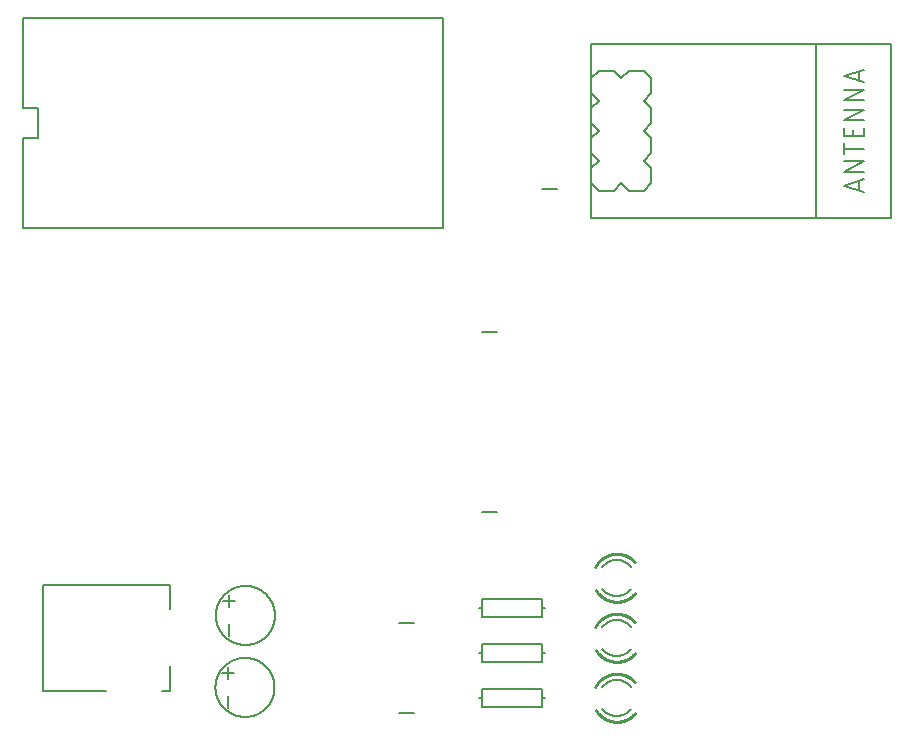
<source format=gto>
G04 EAGLE Gerber X2 export*
%TF.Part,Single*%
%TF.FileFunction,Other,Top Silkscreen*%
%TF.FilePolarity,Positive*%
%TF.GenerationSoftware,Autodesk,EAGLE,9.1.1*%
%TF.CreationDate,2018-07-22T08:43:09Z*%
G75*
%MOMM*%
%FSLAX34Y34*%
%LPD*%
%AMOC8*
5,1,8,0,0,1.08239X$1,22.5*%
G01*
%ADD10C,0.203200*%
%ADD11C,0.152400*%
%ADD12C,0.254000*%
%ADD13C,0.127000*%


D10*
X175980Y107950D02*
X175988Y108564D01*
X176010Y109177D01*
X176048Y109789D01*
X176100Y110400D01*
X176168Y111010D01*
X176251Y111618D01*
X176348Y112224D01*
X176460Y112827D01*
X176587Y113428D01*
X176729Y114025D01*
X176886Y114618D01*
X177056Y115207D01*
X177242Y115792D01*
X177441Y116372D01*
X177655Y116947D01*
X177883Y117517D01*
X178125Y118081D01*
X178380Y118639D01*
X178649Y119190D01*
X178932Y119735D01*
X179228Y120272D01*
X179537Y120803D01*
X179859Y121325D01*
X180193Y121839D01*
X180540Y122345D01*
X180900Y122842D01*
X181271Y123331D01*
X181655Y123810D01*
X182050Y124279D01*
X182456Y124739D01*
X182874Y125189D01*
X183302Y125628D01*
X183741Y126056D01*
X184191Y126474D01*
X184651Y126880D01*
X185120Y127275D01*
X185599Y127659D01*
X186088Y128030D01*
X186585Y128390D01*
X187091Y128737D01*
X187605Y129071D01*
X188127Y129393D01*
X188658Y129702D01*
X189195Y129998D01*
X189740Y130281D01*
X190291Y130550D01*
X190849Y130805D01*
X191413Y131047D01*
X191983Y131275D01*
X192558Y131489D01*
X193138Y131688D01*
X193723Y131874D01*
X194312Y132044D01*
X194905Y132201D01*
X195502Y132343D01*
X196103Y132470D01*
X196706Y132582D01*
X197312Y132679D01*
X197920Y132762D01*
X198530Y132830D01*
X199141Y132882D01*
X199753Y132920D01*
X200366Y132942D01*
X200980Y132950D01*
X201594Y132942D01*
X202207Y132920D01*
X202819Y132882D01*
X203430Y132830D01*
X204040Y132762D01*
X204648Y132679D01*
X205254Y132582D01*
X205857Y132470D01*
X206458Y132343D01*
X207055Y132201D01*
X207648Y132044D01*
X208237Y131874D01*
X208822Y131688D01*
X209402Y131489D01*
X209977Y131275D01*
X210547Y131047D01*
X211111Y130805D01*
X211669Y130550D01*
X212220Y130281D01*
X212765Y129998D01*
X213302Y129702D01*
X213833Y129393D01*
X214355Y129071D01*
X214869Y128737D01*
X215375Y128390D01*
X215872Y128030D01*
X216361Y127659D01*
X216840Y127275D01*
X217309Y126880D01*
X217769Y126474D01*
X218219Y126056D01*
X218658Y125628D01*
X219086Y125189D01*
X219504Y124739D01*
X219910Y124279D01*
X220305Y123810D01*
X220689Y123331D01*
X221060Y122842D01*
X221420Y122345D01*
X221767Y121839D01*
X222101Y121325D01*
X222423Y120803D01*
X222732Y120272D01*
X223028Y119735D01*
X223311Y119190D01*
X223580Y118639D01*
X223835Y118081D01*
X224077Y117517D01*
X224305Y116947D01*
X224519Y116372D01*
X224718Y115792D01*
X224904Y115207D01*
X225074Y114618D01*
X225231Y114025D01*
X225373Y113428D01*
X225500Y112827D01*
X225612Y112224D01*
X225709Y111618D01*
X225792Y111010D01*
X225860Y110400D01*
X225912Y109789D01*
X225950Y109177D01*
X225972Y108564D01*
X225980Y107950D01*
X225972Y107336D01*
X225950Y106723D01*
X225912Y106111D01*
X225860Y105500D01*
X225792Y104890D01*
X225709Y104282D01*
X225612Y103676D01*
X225500Y103073D01*
X225373Y102472D01*
X225231Y101875D01*
X225074Y101282D01*
X224904Y100693D01*
X224718Y100108D01*
X224519Y99528D01*
X224305Y98953D01*
X224077Y98383D01*
X223835Y97819D01*
X223580Y97261D01*
X223311Y96710D01*
X223028Y96165D01*
X222732Y95628D01*
X222423Y95097D01*
X222101Y94575D01*
X221767Y94061D01*
X221420Y93555D01*
X221060Y93058D01*
X220689Y92569D01*
X220305Y92090D01*
X219910Y91621D01*
X219504Y91161D01*
X219086Y90711D01*
X218658Y90272D01*
X218219Y89844D01*
X217769Y89426D01*
X217309Y89020D01*
X216840Y88625D01*
X216361Y88241D01*
X215872Y87870D01*
X215375Y87510D01*
X214869Y87163D01*
X214355Y86829D01*
X213833Y86507D01*
X213302Y86198D01*
X212765Y85902D01*
X212220Y85619D01*
X211669Y85350D01*
X211111Y85095D01*
X210547Y84853D01*
X209977Y84625D01*
X209402Y84411D01*
X208822Y84212D01*
X208237Y84026D01*
X207648Y83856D01*
X207055Y83699D01*
X206458Y83557D01*
X205857Y83430D01*
X205254Y83318D01*
X204648Y83221D01*
X204040Y83138D01*
X203430Y83070D01*
X202819Y83018D01*
X202207Y82980D01*
X201594Y82958D01*
X200980Y82950D01*
X200366Y82958D01*
X199753Y82980D01*
X199141Y83018D01*
X198530Y83070D01*
X197920Y83138D01*
X197312Y83221D01*
X196706Y83318D01*
X196103Y83430D01*
X195502Y83557D01*
X194905Y83699D01*
X194312Y83856D01*
X193723Y84026D01*
X193138Y84212D01*
X192558Y84411D01*
X191983Y84625D01*
X191413Y84853D01*
X190849Y85095D01*
X190291Y85350D01*
X189740Y85619D01*
X189195Y85902D01*
X188658Y86198D01*
X188127Y86507D01*
X187605Y86829D01*
X187091Y87163D01*
X186585Y87510D01*
X186088Y87870D01*
X185599Y88241D01*
X185120Y88625D01*
X184651Y89020D01*
X184191Y89426D01*
X183741Y89844D01*
X183302Y90272D01*
X182874Y90711D01*
X182456Y91161D01*
X182050Y91621D01*
X181655Y92090D01*
X181271Y92569D01*
X180900Y93058D01*
X180540Y93555D01*
X180193Y94061D01*
X179859Y94575D01*
X179537Y95097D01*
X179228Y95628D01*
X178932Y96165D01*
X178649Y96710D01*
X178380Y97261D01*
X178125Y97819D01*
X177883Y98383D01*
X177655Y98953D01*
X177441Y99528D01*
X177242Y100108D01*
X177056Y100693D01*
X176886Y101282D01*
X176729Y101875D01*
X176587Y102472D01*
X176460Y103073D01*
X176348Y103676D01*
X176251Y104282D01*
X176168Y104890D01*
X176100Y105500D01*
X176048Y106111D01*
X176010Y106723D01*
X175988Y107336D01*
X175980Y107950D01*
X187010Y100530D02*
X187010Y90370D01*
X187010Y115370D02*
X187010Y125530D01*
X181930Y120450D02*
X192090Y120450D01*
X137000Y64900D02*
X137000Y43900D01*
X83000Y43900D02*
X30000Y43900D01*
X130000Y43900D02*
X137000Y43900D01*
X137000Y133900D02*
X30000Y133900D01*
X137000Y133900D02*
X137000Y112900D01*
X30000Y133900D02*
X30000Y43900D01*
D11*
X515300Y154940D02*
X515672Y154935D01*
X516043Y154922D01*
X516414Y154899D01*
X516784Y154868D01*
X517153Y154827D01*
X517521Y154777D01*
X517888Y154719D01*
X518253Y154651D01*
X518617Y154575D01*
X518978Y154490D01*
X519337Y154395D01*
X519694Y154293D01*
X520049Y154181D01*
X520400Y154061D01*
X520749Y153933D01*
X521094Y153796D01*
X521436Y153650D01*
X521774Y153497D01*
X522108Y153335D01*
X522438Y153165D01*
X522764Y152987D01*
X523086Y152801D01*
X523403Y152607D01*
X523715Y152406D01*
X524022Y152197D01*
X524324Y151981D01*
X524621Y151757D01*
X524912Y151527D01*
X525197Y151289D01*
X525477Y151044D01*
X525750Y150793D01*
X526017Y150535D01*
X526278Y150271D01*
X526533Y150000D01*
X526780Y149723D01*
X527021Y149440D01*
X527255Y149152D01*
X527482Y148858D01*
X527701Y148558D01*
X515300Y154940D02*
X514928Y154935D01*
X514557Y154922D01*
X514185Y154899D01*
X513815Y154867D01*
X513445Y154827D01*
X513077Y154777D01*
X512709Y154718D01*
X512344Y154651D01*
X511980Y154574D01*
X511618Y154488D01*
X511258Y154394D01*
X510901Y154291D01*
X510546Y154180D01*
X510194Y154059D01*
X509845Y153930D01*
X509500Y153793D01*
X509158Y153647D01*
X508819Y153493D01*
X508484Y153331D01*
X508154Y153161D01*
X507828Y152982D01*
X507506Y152796D01*
X507188Y152602D01*
X506876Y152400D01*
X506569Y152191D01*
X506267Y151974D01*
X505970Y151750D01*
X505678Y151519D01*
X505393Y151281D01*
X505113Y151035D01*
X504840Y150783D01*
X504572Y150525D01*
X504312Y150260D01*
X504057Y149989D01*
X503809Y149711D01*
X503569Y149428D01*
X503335Y149139D01*
X503108Y148844D01*
X515300Y124460D02*
X515665Y124464D01*
X516030Y124477D01*
X516394Y124499D01*
X516757Y124530D01*
X517120Y124569D01*
X517482Y124617D01*
X517842Y124674D01*
X518201Y124739D01*
X518559Y124812D01*
X518914Y124895D01*
X519267Y124985D01*
X519619Y125085D01*
X519967Y125192D01*
X520313Y125308D01*
X520656Y125432D01*
X520996Y125565D01*
X521333Y125705D01*
X521666Y125853D01*
X521996Y126010D01*
X522322Y126174D01*
X522644Y126346D01*
X522961Y126526D01*
X523274Y126713D01*
X523583Y126907D01*
X523887Y127109D01*
X524186Y127319D01*
X524480Y127535D01*
X524768Y127758D01*
X525051Y127988D01*
X525329Y128225D01*
X525601Y128468D01*
X525867Y128718D01*
X526127Y128974D01*
X526380Y129237D01*
X526628Y129505D01*
X526868Y129779D01*
X527103Y130059D01*
X527330Y130344D01*
X515300Y124460D02*
X514935Y124464D01*
X514570Y124477D01*
X514206Y124499D01*
X513843Y124530D01*
X513480Y124569D01*
X513118Y124617D01*
X512758Y124674D01*
X512399Y124739D01*
X512041Y124812D01*
X511686Y124895D01*
X511333Y124985D01*
X510981Y125085D01*
X510633Y125192D01*
X510287Y125308D01*
X509944Y125432D01*
X509604Y125565D01*
X509267Y125705D01*
X508934Y125853D01*
X508604Y126010D01*
X508278Y126174D01*
X507956Y126346D01*
X507639Y126526D01*
X507326Y126713D01*
X507017Y126907D01*
X506713Y127109D01*
X506414Y127319D01*
X506120Y127535D01*
X505832Y127758D01*
X505549Y127988D01*
X505271Y128225D01*
X504999Y128468D01*
X504733Y128718D01*
X504473Y128974D01*
X504220Y129237D01*
X503972Y129505D01*
X503732Y129779D01*
X503497Y130059D01*
X503270Y130344D01*
D12*
X515300Y160020D02*
X515794Y160014D01*
X516288Y159996D01*
X516782Y159966D01*
X517275Y159924D01*
X517766Y159870D01*
X518256Y159804D01*
X518744Y159726D01*
X519231Y159636D01*
X519715Y159535D01*
X520196Y159421D01*
X520674Y159296D01*
X521150Y159160D01*
X521621Y159012D01*
X522089Y158852D01*
X522553Y158681D01*
X523013Y158499D01*
X523468Y158306D01*
X523919Y158102D01*
X524364Y157887D01*
X524804Y157661D01*
X525238Y157424D01*
X525666Y157177D01*
X526088Y156920D01*
X526504Y156652D01*
X526913Y156374D01*
X527315Y156087D01*
X527711Y155790D01*
X528098Y155483D01*
X528479Y155167D01*
X528851Y154842D01*
X529216Y154507D01*
X529572Y154164D01*
X529919Y153813D01*
X530259Y153453D01*
X530589Y153085D01*
X530910Y152709D01*
X515300Y160020D02*
X514812Y160014D01*
X514325Y159997D01*
X513838Y159967D01*
X513351Y159926D01*
X512866Y159874D01*
X512382Y159809D01*
X511900Y159733D01*
X511420Y159646D01*
X510942Y159547D01*
X510467Y159437D01*
X509994Y159315D01*
X509525Y159182D01*
X509058Y159037D01*
X508596Y158882D01*
X508137Y158715D01*
X507682Y158538D01*
X507232Y158349D01*
X506787Y158150D01*
X506346Y157940D01*
X505910Y157720D01*
X505480Y157489D01*
X505056Y157248D01*
X504638Y156997D01*
X504225Y156736D01*
X503819Y156465D01*
X503420Y156185D01*
X503027Y155895D01*
X502642Y155595D01*
X502264Y155286D01*
X501893Y154969D01*
X501531Y154642D01*
X501176Y154307D01*
X500829Y153964D01*
X500491Y153612D01*
X500161Y153253D01*
X499840Y152885D01*
X499527Y152510D01*
X499224Y152127D01*
X498930Y151738D01*
X498646Y151341D01*
X498371Y150938D01*
X498106Y150528D01*
X497851Y150112D01*
X497606Y149690D01*
X497371Y149262D01*
X515300Y119380D02*
X515790Y119386D01*
X516280Y119404D01*
X516769Y119433D01*
X517258Y119475D01*
X517745Y119528D01*
X518231Y119592D01*
X518715Y119669D01*
X519197Y119757D01*
X519677Y119857D01*
X520155Y119968D01*
X520629Y120091D01*
X521101Y120226D01*
X521569Y120371D01*
X522033Y120528D01*
X522494Y120696D01*
X522950Y120875D01*
X523402Y121065D01*
X523849Y121266D01*
X524291Y121478D01*
X524728Y121700D01*
X525160Y121932D01*
X525586Y122175D01*
X526005Y122429D01*
X526419Y122692D01*
X526826Y122965D01*
X527226Y123248D01*
X527620Y123541D01*
X528006Y123842D01*
X528385Y124154D01*
X528756Y124474D01*
X529119Y124803D01*
X529475Y125140D01*
X529822Y125487D01*
X530160Y125841D01*
X530490Y126204D01*
X530812Y126574D01*
X515300Y119380D02*
X514803Y119386D01*
X514306Y119404D01*
X513810Y119435D01*
X513315Y119477D01*
X512821Y119532D01*
X512328Y119598D01*
X511838Y119677D01*
X511349Y119768D01*
X510863Y119870D01*
X510379Y119985D01*
X509899Y120111D01*
X509421Y120249D01*
X508947Y120398D01*
X508477Y120559D01*
X508011Y120732D01*
X507549Y120916D01*
X507092Y121111D01*
X506640Y121317D01*
X506193Y121534D01*
X505752Y121763D01*
X505316Y122001D01*
X504886Y122251D01*
X504463Y122511D01*
X504045Y122781D01*
X503635Y123061D01*
X503232Y123351D01*
X502835Y123651D01*
X502447Y123961D01*
X502066Y124280D01*
X501693Y124608D01*
X501328Y124945D01*
X500971Y125291D01*
X500623Y125646D01*
X500284Y126009D01*
X499953Y126380D01*
X499632Y126760D01*
X499320Y127147D01*
X499018Y127541D01*
X498726Y127943D01*
X498443Y128352D01*
X498171Y128767D01*
X497908Y129190D01*
X497657Y129618D01*
D11*
X515300Y104140D02*
X515672Y104135D01*
X516043Y104122D01*
X516414Y104099D01*
X516784Y104068D01*
X517153Y104027D01*
X517521Y103977D01*
X517888Y103919D01*
X518253Y103851D01*
X518617Y103775D01*
X518978Y103690D01*
X519337Y103595D01*
X519694Y103493D01*
X520049Y103381D01*
X520400Y103261D01*
X520749Y103133D01*
X521094Y102996D01*
X521436Y102850D01*
X521774Y102697D01*
X522108Y102535D01*
X522438Y102365D01*
X522764Y102187D01*
X523086Y102001D01*
X523403Y101807D01*
X523715Y101606D01*
X524022Y101397D01*
X524324Y101181D01*
X524621Y100957D01*
X524912Y100727D01*
X525197Y100489D01*
X525477Y100244D01*
X525750Y99993D01*
X526017Y99735D01*
X526278Y99471D01*
X526533Y99200D01*
X526780Y98923D01*
X527021Y98640D01*
X527255Y98352D01*
X527482Y98058D01*
X527701Y97758D01*
X515300Y104140D02*
X514928Y104135D01*
X514557Y104122D01*
X514185Y104099D01*
X513815Y104067D01*
X513445Y104027D01*
X513077Y103977D01*
X512709Y103918D01*
X512344Y103851D01*
X511980Y103774D01*
X511618Y103688D01*
X511258Y103594D01*
X510901Y103491D01*
X510546Y103380D01*
X510194Y103259D01*
X509845Y103130D01*
X509500Y102993D01*
X509158Y102847D01*
X508819Y102693D01*
X508484Y102531D01*
X508154Y102361D01*
X507828Y102182D01*
X507506Y101996D01*
X507188Y101802D01*
X506876Y101600D01*
X506569Y101391D01*
X506267Y101174D01*
X505970Y100950D01*
X505678Y100719D01*
X505393Y100481D01*
X505113Y100235D01*
X504840Y99983D01*
X504572Y99725D01*
X504312Y99460D01*
X504057Y99189D01*
X503809Y98911D01*
X503569Y98628D01*
X503335Y98339D01*
X503108Y98044D01*
X515300Y73660D02*
X515665Y73664D01*
X516030Y73677D01*
X516394Y73699D01*
X516757Y73730D01*
X517120Y73769D01*
X517482Y73817D01*
X517842Y73874D01*
X518201Y73939D01*
X518559Y74012D01*
X518914Y74095D01*
X519267Y74185D01*
X519619Y74285D01*
X519967Y74392D01*
X520313Y74508D01*
X520656Y74632D01*
X520996Y74765D01*
X521333Y74905D01*
X521666Y75053D01*
X521996Y75210D01*
X522322Y75374D01*
X522644Y75546D01*
X522961Y75726D01*
X523274Y75913D01*
X523583Y76107D01*
X523887Y76309D01*
X524186Y76519D01*
X524480Y76735D01*
X524768Y76958D01*
X525051Y77188D01*
X525329Y77425D01*
X525601Y77668D01*
X525867Y77918D01*
X526127Y78174D01*
X526380Y78437D01*
X526628Y78705D01*
X526868Y78979D01*
X527103Y79259D01*
X527330Y79544D01*
X515300Y73660D02*
X514935Y73664D01*
X514570Y73677D01*
X514206Y73699D01*
X513843Y73730D01*
X513480Y73769D01*
X513118Y73817D01*
X512758Y73874D01*
X512399Y73939D01*
X512041Y74012D01*
X511686Y74095D01*
X511333Y74185D01*
X510981Y74285D01*
X510633Y74392D01*
X510287Y74508D01*
X509944Y74632D01*
X509604Y74765D01*
X509267Y74905D01*
X508934Y75053D01*
X508604Y75210D01*
X508278Y75374D01*
X507956Y75546D01*
X507639Y75726D01*
X507326Y75913D01*
X507017Y76107D01*
X506713Y76309D01*
X506414Y76519D01*
X506120Y76735D01*
X505832Y76958D01*
X505549Y77188D01*
X505271Y77425D01*
X504999Y77668D01*
X504733Y77918D01*
X504473Y78174D01*
X504220Y78437D01*
X503972Y78705D01*
X503732Y78979D01*
X503497Y79259D01*
X503270Y79544D01*
D12*
X515300Y109220D02*
X515794Y109214D01*
X516288Y109196D01*
X516782Y109166D01*
X517275Y109124D01*
X517766Y109070D01*
X518256Y109004D01*
X518744Y108926D01*
X519231Y108836D01*
X519715Y108735D01*
X520196Y108621D01*
X520674Y108496D01*
X521150Y108360D01*
X521621Y108212D01*
X522089Y108052D01*
X522553Y107881D01*
X523013Y107699D01*
X523468Y107506D01*
X523919Y107302D01*
X524364Y107087D01*
X524804Y106861D01*
X525238Y106624D01*
X525666Y106377D01*
X526088Y106120D01*
X526504Y105852D01*
X526913Y105574D01*
X527315Y105287D01*
X527711Y104990D01*
X528098Y104683D01*
X528479Y104367D01*
X528851Y104042D01*
X529216Y103707D01*
X529572Y103364D01*
X529919Y103013D01*
X530259Y102653D01*
X530589Y102285D01*
X530910Y101909D01*
X515300Y109220D02*
X514812Y109214D01*
X514325Y109197D01*
X513838Y109167D01*
X513351Y109126D01*
X512866Y109074D01*
X512382Y109009D01*
X511900Y108933D01*
X511420Y108846D01*
X510942Y108747D01*
X510467Y108637D01*
X509994Y108515D01*
X509525Y108382D01*
X509058Y108237D01*
X508596Y108082D01*
X508137Y107915D01*
X507682Y107738D01*
X507232Y107549D01*
X506787Y107350D01*
X506346Y107140D01*
X505910Y106920D01*
X505480Y106689D01*
X505056Y106448D01*
X504638Y106197D01*
X504225Y105936D01*
X503819Y105665D01*
X503420Y105385D01*
X503027Y105095D01*
X502642Y104795D01*
X502264Y104486D01*
X501893Y104169D01*
X501531Y103842D01*
X501176Y103507D01*
X500829Y103164D01*
X500491Y102812D01*
X500161Y102453D01*
X499840Y102085D01*
X499527Y101710D01*
X499224Y101327D01*
X498930Y100938D01*
X498646Y100541D01*
X498371Y100138D01*
X498106Y99728D01*
X497851Y99312D01*
X497606Y98890D01*
X497371Y98462D01*
X515300Y68580D02*
X515790Y68586D01*
X516280Y68604D01*
X516769Y68633D01*
X517258Y68675D01*
X517745Y68728D01*
X518231Y68792D01*
X518715Y68869D01*
X519197Y68957D01*
X519677Y69057D01*
X520155Y69168D01*
X520629Y69291D01*
X521101Y69426D01*
X521569Y69571D01*
X522033Y69728D01*
X522494Y69896D01*
X522950Y70075D01*
X523402Y70265D01*
X523849Y70466D01*
X524291Y70678D01*
X524728Y70900D01*
X525160Y71132D01*
X525586Y71375D01*
X526005Y71629D01*
X526419Y71892D01*
X526826Y72165D01*
X527226Y72448D01*
X527620Y72741D01*
X528006Y73042D01*
X528385Y73354D01*
X528756Y73674D01*
X529119Y74003D01*
X529475Y74340D01*
X529822Y74687D01*
X530160Y75041D01*
X530490Y75404D01*
X530812Y75774D01*
X515300Y68580D02*
X514803Y68586D01*
X514306Y68604D01*
X513810Y68635D01*
X513315Y68677D01*
X512821Y68732D01*
X512328Y68798D01*
X511838Y68877D01*
X511349Y68968D01*
X510863Y69070D01*
X510379Y69185D01*
X509899Y69311D01*
X509421Y69449D01*
X508947Y69598D01*
X508477Y69759D01*
X508011Y69932D01*
X507549Y70116D01*
X507092Y70311D01*
X506640Y70517D01*
X506193Y70734D01*
X505752Y70963D01*
X505316Y71201D01*
X504886Y71451D01*
X504463Y71711D01*
X504045Y71981D01*
X503635Y72261D01*
X503232Y72551D01*
X502835Y72851D01*
X502447Y73161D01*
X502066Y73480D01*
X501693Y73808D01*
X501328Y74145D01*
X500971Y74491D01*
X500623Y74846D01*
X500284Y75209D01*
X499953Y75580D01*
X499632Y75960D01*
X499320Y76347D01*
X499018Y76741D01*
X498726Y77143D01*
X498443Y77552D01*
X498171Y77967D01*
X497908Y78390D01*
X497657Y78818D01*
D11*
X515300Y53340D02*
X515672Y53335D01*
X516043Y53322D01*
X516414Y53299D01*
X516784Y53268D01*
X517153Y53227D01*
X517521Y53177D01*
X517888Y53119D01*
X518253Y53051D01*
X518617Y52975D01*
X518978Y52890D01*
X519337Y52795D01*
X519694Y52693D01*
X520049Y52581D01*
X520400Y52461D01*
X520749Y52333D01*
X521094Y52196D01*
X521436Y52050D01*
X521774Y51897D01*
X522108Y51735D01*
X522438Y51565D01*
X522764Y51387D01*
X523086Y51201D01*
X523403Y51007D01*
X523715Y50806D01*
X524022Y50597D01*
X524324Y50381D01*
X524621Y50157D01*
X524912Y49927D01*
X525197Y49689D01*
X525477Y49444D01*
X525750Y49193D01*
X526017Y48935D01*
X526278Y48671D01*
X526533Y48400D01*
X526780Y48123D01*
X527021Y47840D01*
X527255Y47552D01*
X527482Y47258D01*
X527701Y46958D01*
X515300Y53340D02*
X514928Y53335D01*
X514557Y53322D01*
X514185Y53299D01*
X513815Y53267D01*
X513445Y53227D01*
X513077Y53177D01*
X512709Y53118D01*
X512344Y53051D01*
X511980Y52974D01*
X511618Y52888D01*
X511258Y52794D01*
X510901Y52691D01*
X510546Y52580D01*
X510194Y52459D01*
X509845Y52330D01*
X509500Y52193D01*
X509158Y52047D01*
X508819Y51893D01*
X508484Y51731D01*
X508154Y51561D01*
X507828Y51382D01*
X507506Y51196D01*
X507188Y51002D01*
X506876Y50800D01*
X506569Y50591D01*
X506267Y50374D01*
X505970Y50150D01*
X505678Y49919D01*
X505393Y49681D01*
X505113Y49435D01*
X504840Y49183D01*
X504572Y48925D01*
X504312Y48660D01*
X504057Y48389D01*
X503809Y48111D01*
X503569Y47828D01*
X503335Y47539D01*
X503108Y47244D01*
X515300Y22860D02*
X515665Y22864D01*
X516030Y22877D01*
X516394Y22899D01*
X516757Y22930D01*
X517120Y22969D01*
X517482Y23017D01*
X517842Y23074D01*
X518201Y23139D01*
X518559Y23212D01*
X518914Y23295D01*
X519267Y23385D01*
X519619Y23485D01*
X519967Y23592D01*
X520313Y23708D01*
X520656Y23832D01*
X520996Y23965D01*
X521333Y24105D01*
X521666Y24253D01*
X521996Y24410D01*
X522322Y24574D01*
X522644Y24746D01*
X522961Y24926D01*
X523274Y25113D01*
X523583Y25307D01*
X523887Y25509D01*
X524186Y25719D01*
X524480Y25935D01*
X524768Y26158D01*
X525051Y26388D01*
X525329Y26625D01*
X525601Y26868D01*
X525867Y27118D01*
X526127Y27374D01*
X526380Y27637D01*
X526628Y27905D01*
X526868Y28179D01*
X527103Y28459D01*
X527330Y28744D01*
X515300Y22860D02*
X514935Y22864D01*
X514570Y22877D01*
X514206Y22899D01*
X513843Y22930D01*
X513480Y22969D01*
X513118Y23017D01*
X512758Y23074D01*
X512399Y23139D01*
X512041Y23212D01*
X511686Y23295D01*
X511333Y23385D01*
X510981Y23485D01*
X510633Y23592D01*
X510287Y23708D01*
X509944Y23832D01*
X509604Y23965D01*
X509267Y24105D01*
X508934Y24253D01*
X508604Y24410D01*
X508278Y24574D01*
X507956Y24746D01*
X507639Y24926D01*
X507326Y25113D01*
X507017Y25307D01*
X506713Y25509D01*
X506414Y25719D01*
X506120Y25935D01*
X505832Y26158D01*
X505549Y26388D01*
X505271Y26625D01*
X504999Y26868D01*
X504733Y27118D01*
X504473Y27374D01*
X504220Y27637D01*
X503972Y27905D01*
X503732Y28179D01*
X503497Y28459D01*
X503270Y28744D01*
D12*
X515300Y58420D02*
X515794Y58414D01*
X516288Y58396D01*
X516782Y58366D01*
X517275Y58324D01*
X517766Y58270D01*
X518256Y58204D01*
X518744Y58126D01*
X519231Y58036D01*
X519715Y57935D01*
X520196Y57821D01*
X520674Y57696D01*
X521150Y57560D01*
X521621Y57412D01*
X522089Y57252D01*
X522553Y57081D01*
X523013Y56899D01*
X523468Y56706D01*
X523919Y56502D01*
X524364Y56287D01*
X524804Y56061D01*
X525238Y55824D01*
X525666Y55577D01*
X526088Y55320D01*
X526504Y55052D01*
X526913Y54774D01*
X527315Y54487D01*
X527711Y54190D01*
X528098Y53883D01*
X528479Y53567D01*
X528851Y53242D01*
X529216Y52907D01*
X529572Y52564D01*
X529919Y52213D01*
X530259Y51853D01*
X530589Y51485D01*
X530910Y51109D01*
X515300Y58420D02*
X514812Y58414D01*
X514325Y58397D01*
X513838Y58367D01*
X513351Y58326D01*
X512866Y58274D01*
X512382Y58209D01*
X511900Y58133D01*
X511420Y58046D01*
X510942Y57947D01*
X510467Y57837D01*
X509994Y57715D01*
X509525Y57582D01*
X509058Y57437D01*
X508596Y57282D01*
X508137Y57115D01*
X507682Y56938D01*
X507232Y56749D01*
X506787Y56550D01*
X506346Y56340D01*
X505910Y56120D01*
X505480Y55889D01*
X505056Y55648D01*
X504638Y55397D01*
X504225Y55136D01*
X503819Y54865D01*
X503420Y54585D01*
X503027Y54295D01*
X502642Y53995D01*
X502264Y53686D01*
X501893Y53369D01*
X501531Y53042D01*
X501176Y52707D01*
X500829Y52364D01*
X500491Y52012D01*
X500161Y51653D01*
X499840Y51285D01*
X499527Y50910D01*
X499224Y50527D01*
X498930Y50138D01*
X498646Y49741D01*
X498371Y49338D01*
X498106Y48928D01*
X497851Y48512D01*
X497606Y48090D01*
X497371Y47662D01*
X515300Y17780D02*
X515790Y17786D01*
X516280Y17804D01*
X516769Y17833D01*
X517258Y17875D01*
X517745Y17928D01*
X518231Y17992D01*
X518715Y18069D01*
X519197Y18157D01*
X519677Y18257D01*
X520155Y18368D01*
X520629Y18491D01*
X521101Y18626D01*
X521569Y18771D01*
X522033Y18928D01*
X522494Y19096D01*
X522950Y19275D01*
X523402Y19465D01*
X523849Y19666D01*
X524291Y19878D01*
X524728Y20100D01*
X525160Y20332D01*
X525586Y20575D01*
X526005Y20829D01*
X526419Y21092D01*
X526826Y21365D01*
X527226Y21648D01*
X527620Y21941D01*
X528006Y22242D01*
X528385Y22554D01*
X528756Y22874D01*
X529119Y23203D01*
X529475Y23540D01*
X529822Y23887D01*
X530160Y24241D01*
X530490Y24604D01*
X530812Y24974D01*
X515300Y17780D02*
X514803Y17786D01*
X514306Y17804D01*
X513810Y17835D01*
X513315Y17877D01*
X512821Y17932D01*
X512328Y17998D01*
X511838Y18077D01*
X511349Y18168D01*
X510863Y18270D01*
X510379Y18385D01*
X509899Y18511D01*
X509421Y18649D01*
X508947Y18798D01*
X508477Y18959D01*
X508011Y19132D01*
X507549Y19316D01*
X507092Y19511D01*
X506640Y19717D01*
X506193Y19934D01*
X505752Y20163D01*
X505316Y20401D01*
X504886Y20651D01*
X504463Y20911D01*
X504045Y21181D01*
X503635Y21461D01*
X503232Y21751D01*
X502835Y22051D01*
X502447Y22361D01*
X502066Y22680D01*
X501693Y23008D01*
X501328Y23345D01*
X500971Y23691D01*
X500623Y24046D01*
X500284Y24409D01*
X499953Y24780D01*
X499632Y25160D01*
X499320Y25547D01*
X499018Y25941D01*
X498726Y26343D01*
X498443Y26752D01*
X498171Y27167D01*
X497908Y27590D01*
X497657Y28018D01*
D10*
X414020Y195580D02*
X401320Y195580D01*
X401320Y347980D02*
X414020Y347980D01*
X401000Y121920D02*
X451800Y121920D01*
X451800Y114300D01*
X451800Y106680D01*
X401000Y106680D01*
X401000Y114300D01*
X401000Y121920D01*
X451800Y114300D02*
X454340Y114300D01*
X401000Y114300D02*
X398460Y114300D01*
X401000Y83820D02*
X451800Y83820D01*
X451800Y76200D01*
X451800Y68580D01*
X401000Y68580D01*
X401000Y76200D01*
X401000Y83820D01*
X451800Y76200D02*
X454340Y76200D01*
X401000Y76200D02*
X398460Y76200D01*
X401000Y45720D02*
X451800Y45720D01*
X451800Y38100D01*
X451800Y30480D01*
X401000Y30480D01*
X401000Y38100D01*
X401000Y45720D01*
X451800Y38100D02*
X454340Y38100D01*
X401000Y38100D02*
X398460Y38100D01*
X25400Y511810D02*
X25400Y537210D01*
X12700Y537210D01*
X12700Y613410D01*
X368300Y613410D01*
X368300Y435610D01*
X12700Y435610D01*
X12700Y511810D01*
X25400Y511810D01*
D13*
X494030Y591820D02*
X684530Y591820D01*
X748030Y591820D01*
X748030Y444500D01*
X684530Y444500D01*
X494030Y444500D01*
X494030Y473710D01*
X494030Y486410D01*
X494030Y499110D01*
X494030Y511810D01*
X494030Y524510D01*
X494030Y537210D01*
X494030Y549910D01*
X494030Y562610D01*
X494030Y591820D01*
X684530Y591820D02*
X684530Y444500D01*
D11*
X708152Y471787D02*
X724408Y466369D01*
X724408Y477206D02*
X708152Y471787D01*
X720344Y475851D02*
X720344Y467723D01*
X724408Y483424D02*
X708152Y483424D01*
X724408Y492455D01*
X708152Y492455D01*
X708152Y503050D02*
X724408Y503050D01*
X708152Y498534D02*
X708152Y507565D01*
X724408Y513674D02*
X724408Y520899D01*
X724408Y513674D02*
X708152Y513674D01*
X708152Y520899D01*
X715377Y519093D02*
X715377Y513674D01*
X708152Y527192D02*
X724408Y527192D01*
X724408Y536223D02*
X708152Y527192D01*
X708152Y536223D02*
X724408Y536223D01*
X724408Y543865D02*
X708152Y543865D01*
X724408Y552896D01*
X708152Y552896D01*
X708152Y564533D02*
X724408Y559114D01*
X724408Y569951D02*
X708152Y564533D01*
X720344Y568597D02*
X720344Y560469D01*
D13*
X500380Y568960D02*
X494030Y562610D01*
X500380Y568960D02*
X513080Y568960D01*
X519430Y562610D01*
X525780Y568960D01*
X538480Y568960D01*
X544830Y562610D01*
X544830Y549910D01*
X538480Y543560D01*
X544830Y537210D01*
X544830Y524510D01*
X538480Y518160D01*
X544830Y511810D01*
X544830Y499110D01*
X538480Y492760D01*
X544830Y486410D01*
X544830Y473710D01*
X538480Y467360D01*
X525780Y467360D01*
X519430Y473710D01*
X513080Y467360D01*
X500380Y467360D01*
X494030Y473710D01*
X494030Y486410D02*
X500380Y492760D01*
X494030Y499110D01*
X494030Y511810D02*
X500380Y518160D01*
X494030Y524510D01*
X494030Y537210D02*
X500380Y543560D01*
X494030Y549910D01*
D10*
X344170Y25400D02*
X331470Y25400D01*
X331470Y101600D02*
X344170Y101600D01*
X452120Y468630D02*
X464820Y468630D01*
X175660Y46990D02*
X175668Y47604D01*
X175690Y48217D01*
X175728Y48829D01*
X175780Y49440D01*
X175848Y50050D01*
X175931Y50658D01*
X176028Y51264D01*
X176140Y51867D01*
X176267Y52468D01*
X176409Y53065D01*
X176566Y53658D01*
X176736Y54247D01*
X176922Y54832D01*
X177121Y55412D01*
X177335Y55987D01*
X177563Y56557D01*
X177805Y57121D01*
X178060Y57679D01*
X178329Y58230D01*
X178612Y58775D01*
X178908Y59312D01*
X179217Y59843D01*
X179539Y60365D01*
X179873Y60879D01*
X180220Y61385D01*
X180580Y61882D01*
X180951Y62371D01*
X181335Y62850D01*
X181730Y63319D01*
X182136Y63779D01*
X182554Y64229D01*
X182982Y64668D01*
X183421Y65096D01*
X183871Y65514D01*
X184331Y65920D01*
X184800Y66315D01*
X185279Y66699D01*
X185768Y67070D01*
X186265Y67430D01*
X186771Y67777D01*
X187285Y68111D01*
X187807Y68433D01*
X188338Y68742D01*
X188875Y69038D01*
X189420Y69321D01*
X189971Y69590D01*
X190529Y69845D01*
X191093Y70087D01*
X191663Y70315D01*
X192238Y70529D01*
X192818Y70728D01*
X193403Y70914D01*
X193992Y71084D01*
X194585Y71241D01*
X195182Y71383D01*
X195783Y71510D01*
X196386Y71622D01*
X196992Y71719D01*
X197600Y71802D01*
X198210Y71870D01*
X198821Y71922D01*
X199433Y71960D01*
X200046Y71982D01*
X200660Y71990D01*
X201274Y71982D01*
X201887Y71960D01*
X202499Y71922D01*
X203110Y71870D01*
X203720Y71802D01*
X204328Y71719D01*
X204934Y71622D01*
X205537Y71510D01*
X206138Y71383D01*
X206735Y71241D01*
X207328Y71084D01*
X207917Y70914D01*
X208502Y70728D01*
X209082Y70529D01*
X209657Y70315D01*
X210227Y70087D01*
X210791Y69845D01*
X211349Y69590D01*
X211900Y69321D01*
X212445Y69038D01*
X212982Y68742D01*
X213513Y68433D01*
X214035Y68111D01*
X214549Y67777D01*
X215055Y67430D01*
X215552Y67070D01*
X216041Y66699D01*
X216520Y66315D01*
X216989Y65920D01*
X217449Y65514D01*
X217899Y65096D01*
X218338Y64668D01*
X218766Y64229D01*
X219184Y63779D01*
X219590Y63319D01*
X219985Y62850D01*
X220369Y62371D01*
X220740Y61882D01*
X221100Y61385D01*
X221447Y60879D01*
X221781Y60365D01*
X222103Y59843D01*
X222412Y59312D01*
X222708Y58775D01*
X222991Y58230D01*
X223260Y57679D01*
X223515Y57121D01*
X223757Y56557D01*
X223985Y55987D01*
X224199Y55412D01*
X224398Y54832D01*
X224584Y54247D01*
X224754Y53658D01*
X224911Y53065D01*
X225053Y52468D01*
X225180Y51867D01*
X225292Y51264D01*
X225389Y50658D01*
X225472Y50050D01*
X225540Y49440D01*
X225592Y48829D01*
X225630Y48217D01*
X225652Y47604D01*
X225660Y46990D01*
X225652Y46376D01*
X225630Y45763D01*
X225592Y45151D01*
X225540Y44540D01*
X225472Y43930D01*
X225389Y43322D01*
X225292Y42716D01*
X225180Y42113D01*
X225053Y41512D01*
X224911Y40915D01*
X224754Y40322D01*
X224584Y39733D01*
X224398Y39148D01*
X224199Y38568D01*
X223985Y37993D01*
X223757Y37423D01*
X223515Y36859D01*
X223260Y36301D01*
X222991Y35750D01*
X222708Y35205D01*
X222412Y34668D01*
X222103Y34137D01*
X221781Y33615D01*
X221447Y33101D01*
X221100Y32595D01*
X220740Y32098D01*
X220369Y31609D01*
X219985Y31130D01*
X219590Y30661D01*
X219184Y30201D01*
X218766Y29751D01*
X218338Y29312D01*
X217899Y28884D01*
X217449Y28466D01*
X216989Y28060D01*
X216520Y27665D01*
X216041Y27281D01*
X215552Y26910D01*
X215055Y26550D01*
X214549Y26203D01*
X214035Y25869D01*
X213513Y25547D01*
X212982Y25238D01*
X212445Y24942D01*
X211900Y24659D01*
X211349Y24390D01*
X210791Y24135D01*
X210227Y23893D01*
X209657Y23665D01*
X209082Y23451D01*
X208502Y23252D01*
X207917Y23066D01*
X207328Y22896D01*
X206735Y22739D01*
X206138Y22597D01*
X205537Y22470D01*
X204934Y22358D01*
X204328Y22261D01*
X203720Y22178D01*
X203110Y22110D01*
X202499Y22058D01*
X201887Y22020D01*
X201274Y21998D01*
X200660Y21990D01*
X200046Y21998D01*
X199433Y22020D01*
X198821Y22058D01*
X198210Y22110D01*
X197600Y22178D01*
X196992Y22261D01*
X196386Y22358D01*
X195783Y22470D01*
X195182Y22597D01*
X194585Y22739D01*
X193992Y22896D01*
X193403Y23066D01*
X192818Y23252D01*
X192238Y23451D01*
X191663Y23665D01*
X191093Y23893D01*
X190529Y24135D01*
X189971Y24390D01*
X189420Y24659D01*
X188875Y24942D01*
X188338Y25238D01*
X187807Y25547D01*
X187285Y25869D01*
X186771Y26203D01*
X186265Y26550D01*
X185768Y26910D01*
X185279Y27281D01*
X184800Y27665D01*
X184331Y28060D01*
X183871Y28466D01*
X183421Y28884D01*
X182982Y29312D01*
X182554Y29751D01*
X182136Y30201D01*
X181730Y30661D01*
X181335Y31130D01*
X180951Y31609D01*
X180580Y32098D01*
X180220Y32595D01*
X179873Y33101D01*
X179539Y33615D01*
X179217Y34137D01*
X178908Y34668D01*
X178612Y35205D01*
X178329Y35750D01*
X178060Y36301D01*
X177805Y36859D01*
X177563Y37423D01*
X177335Y37993D01*
X177121Y38568D01*
X176922Y39148D01*
X176736Y39733D01*
X176566Y40322D01*
X176409Y40915D01*
X176267Y41512D01*
X176140Y42113D01*
X176028Y42716D01*
X175931Y43322D01*
X175848Y43930D01*
X175780Y44540D01*
X175728Y45151D01*
X175690Y45763D01*
X175668Y46376D01*
X175660Y46990D01*
X186690Y39570D02*
X186690Y29410D01*
X186690Y54410D02*
X186690Y64570D01*
X181610Y59490D02*
X191770Y59490D01*
M02*

</source>
